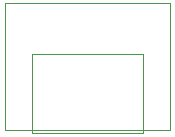
<source format=gbr>
G04*
G04 #@! TF.GenerationSoftware,Altium Limited,Altium Designer,24.4.1 (13)*
G04*
G04 Layer_Color=16711935*
%FSLAX25Y25*%
%MOIN*%
G70*
G04*
G04 #@! TF.SameCoordinates,F927B958-9D11-4E75-AA6B-EB5E4B5E5899*
G04*
G04*
G04 #@! TF.FilePolarity,Positive*
G04*
G01*
G75*
%ADD26C,0.00197*%
%ADD27C,0.00394*%
D26*
X69681Y1866D02*
Y28366D01*
X32681Y1866D02*
Y28366D01*
X69681D01*
X32681Y1866D02*
X69681D01*
D27*
X23622Y45276D02*
X78740D01*
X23622Y3150D02*
Y45276D01*
X78740Y3150D02*
Y45276D01*
X23622Y3150D02*
X78740D01*
M02*

</source>
